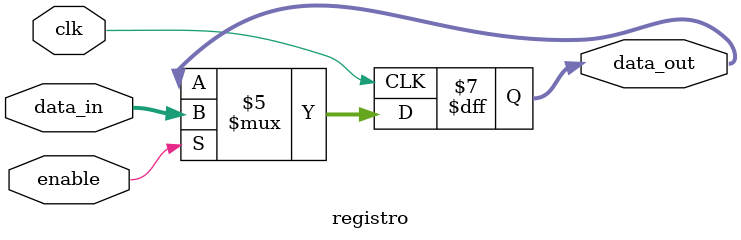
<source format=v>
`timescale 1ns / 1ps


module registro(
    input [9:0] data_in,
    input enable,
    input clk,
    output reg[9:0] data_out
    );
    initial data_out = 0;
    
    always @(posedge clk)
    if (enable == 1)
        data_out = data_in;
    else
        data_out = data_out;
endmodule

</source>
